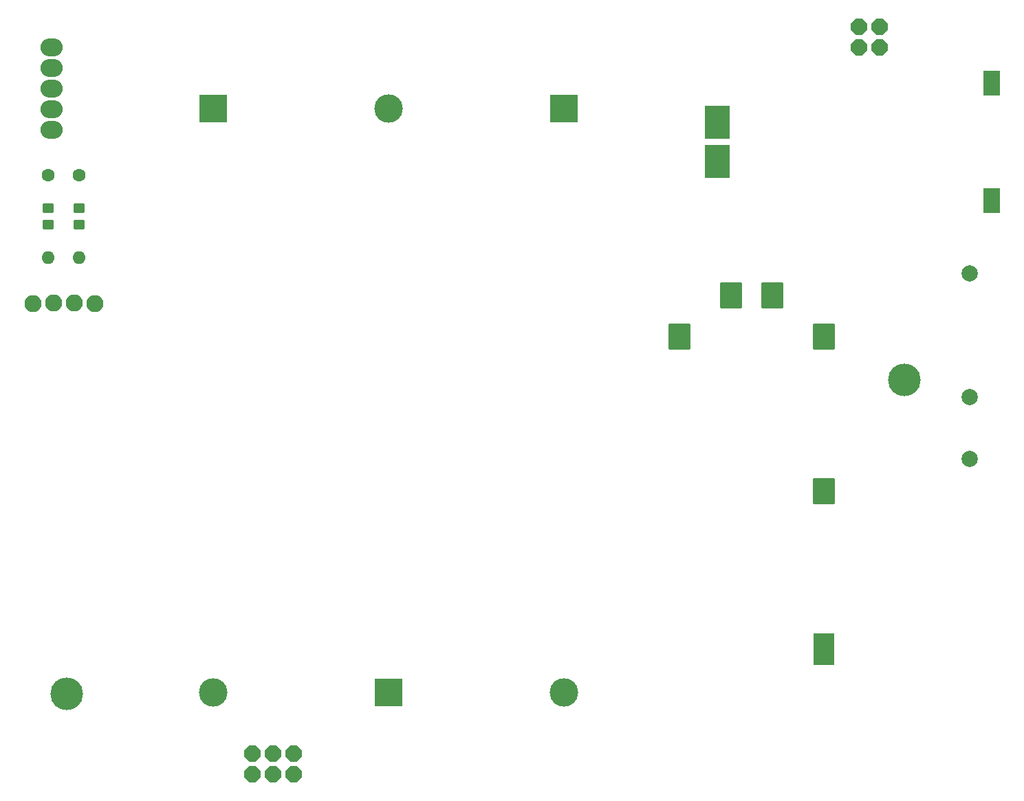
<source format=gbr>
%TF.GenerationSoftware,KiCad,Pcbnew,9.0.0*%
%TF.CreationDate,2025-05-09T22:52:23+03:00*%
%TF.ProjectId,QMX+ Battery + Audio Board,514d582b-2042-4617-9474-657279202b20,rev?*%
%TF.SameCoordinates,Original*%
%TF.FileFunction,Soldermask,Top*%
%TF.FilePolarity,Negative*%
%FSLAX46Y46*%
G04 Gerber Fmt 4.6, Leading zero omitted, Abs format (unit mm)*
G04 Created by KiCad (PCBNEW 9.0.0) date 2025-05-09 22:52:23*
%MOMM*%
%LPD*%
G01*
G04 APERTURE LIST*
G04 Aperture macros list*
%AMRoundRect*
0 Rectangle with rounded corners*
0 $1 Rounding radius*
0 $2 $3 $4 $5 $6 $7 $8 $9 X,Y pos of 4 corners*
0 Add a 4 corners polygon primitive as box body*
4,1,4,$2,$3,$4,$5,$6,$7,$8,$9,$2,$3,0*
0 Add four circle primitives for the rounded corners*
1,1,$1+$1,$2,$3*
1,1,$1+$1,$4,$5*
1,1,$1+$1,$6,$7*
1,1,$1+$1,$8,$9*
0 Add four rect primitives between the rounded corners*
20,1,$1+$1,$2,$3,$4,$5,0*
20,1,$1+$1,$4,$5,$6,$7,0*
20,1,$1+$1,$6,$7,$8,$9,0*
20,1,$1+$1,$8,$9,$2,$3,0*%
%AMFreePoly0*
4,1,25,0.427955,0.971196,0.440078,0.960842,0.960842,0.440078,0.989349,0.384130,0.990600,0.368236,0.990600,-0.368236,0.971196,-0.427955,0.960842,-0.440078,0.440078,-0.960842,0.384130,-0.989349,0.368236,-0.990600,-0.368236,-0.990600,-0.427955,-0.971196,-0.440078,-0.960842,-0.960842,-0.440078,-0.989349,-0.384130,-0.990600,-0.368236,-0.990600,0.368236,-0.971196,0.427955,-0.960842,0.440078,
-0.440078,0.960842,-0.384130,0.989349,-0.368236,0.990600,0.368236,0.990600,0.427955,0.971196,0.427955,0.971196,$1*%
G04 Aperture macros list end*
%ADD10C,2.000000*%
%ADD11RoundRect,0.250000X-0.450000X0.350000X-0.450000X-0.350000X0.450000X-0.350000X0.450000X0.350000X0*%
%ADD12RoundRect,0.050800X-1.000000X1.500000X-1.000000X-1.500000X1.000000X-1.500000X1.000000X1.500000X0*%
%ADD13RoundRect,0.050800X-1.500000X2.000000X-1.500000X-2.000000X1.500000X-2.000000X1.500000X2.000000X0*%
%ADD14R,3.500000X3.500000*%
%ADD15C,3.500000*%
%ADD16O,2.101600X2.101600*%
%ADD17O,2.743200X2.203200*%
%ADD18C,1.600000*%
%ADD19O,1.600000X1.600000*%
%ADD20RoundRect,0.050800X1.260000X-0.775700X1.260000X0.775700X-1.260000X0.775700X-1.260000X-0.775700X0*%
%ADD21RoundRect,0.050800X1.250000X-1.500000X1.250000X1.500000X-1.250000X1.500000X-1.250000X-1.500000X0*%
%ADD22RoundRect,0.101600X1.250000X-1.500000X1.250000X1.500000X-1.250000X1.500000X-1.250000X-1.500000X0*%
%ADD23C,4.013200*%
%ADD24FreePoly0,0.000000*%
%ADD25FreePoly0,270.000000*%
G04 APERTURE END LIST*
D10*
%TO.C,F1*%
X210000000Y-101600000D03*
X210000000Y-86360000D03*
X210000000Y-109220000D03*
%TD*%
D11*
%TO.C,R3*%
X100330000Y-78316000D03*
X100330000Y-80316000D03*
%TD*%
D12*
%TO.C,U1*%
X212668500Y-77317500D03*
X212668500Y-62839500D03*
D13*
X178938500Y-67665500D03*
X178938500Y-72491500D03*
%TD*%
D14*
%TO.C,BT3*%
X116840000Y-66000000D03*
D15*
X116840000Y-138000000D03*
%TD*%
D16*
%TO.C,U2*%
X102284000Y-90028200D03*
X99744000Y-90006100D03*
X94655000Y-90028200D03*
X97204000Y-90006100D03*
%TD*%
D17*
%TO.C,J1*%
X96940000Y-68640000D03*
X96940000Y-66100000D03*
X96940000Y-63560000D03*
X96940000Y-61020000D03*
X96940000Y-58480000D03*
%TD*%
D18*
%TO.C,R2*%
X96520000Y-74236000D03*
D19*
X96520000Y-84396000D03*
%TD*%
D18*
%TO.C,R1*%
X100330000Y-74236000D03*
D19*
X100330000Y-84396000D03*
%TD*%
D20*
%TO.C,BMS1*%
X192010000Y-133750300D03*
D21*
X192000000Y-132240000D03*
D22*
X192000000Y-113190000D03*
X192000000Y-94140000D03*
X174220000Y-94140000D03*
X180570000Y-89060000D03*
X185650000Y-89060000D03*
%TD*%
D11*
%TO.C,R4*%
X96520000Y-78316000D03*
X96520000Y-80316000D03*
%TD*%
D23*
%TO.C,H1*%
X98840000Y-138172500D03*
%TD*%
%TO.C,H2*%
X201948750Y-99437500D03*
%TD*%
D14*
%TO.C,BT2*%
X138430000Y-138000000D03*
D15*
X138430000Y-66000000D03*
%TD*%
D14*
%TO.C,BT1*%
X160000000Y-66000000D03*
D15*
X160000000Y-138000000D03*
%TD*%
D24*
%TO.C,J2*%
X121700000Y-148010000D03*
X121700000Y-145470000D03*
X124240000Y-148010000D03*
X124240000Y-145470000D03*
X126780000Y-148010000D03*
X126780000Y-145470000D03*
%TD*%
D25*
%TO.C,J3*%
X196312500Y-55940000D03*
X198852500Y-55940000D03*
X196312500Y-58480000D03*
X198852500Y-58480000D03*
%TD*%
M02*

</source>
